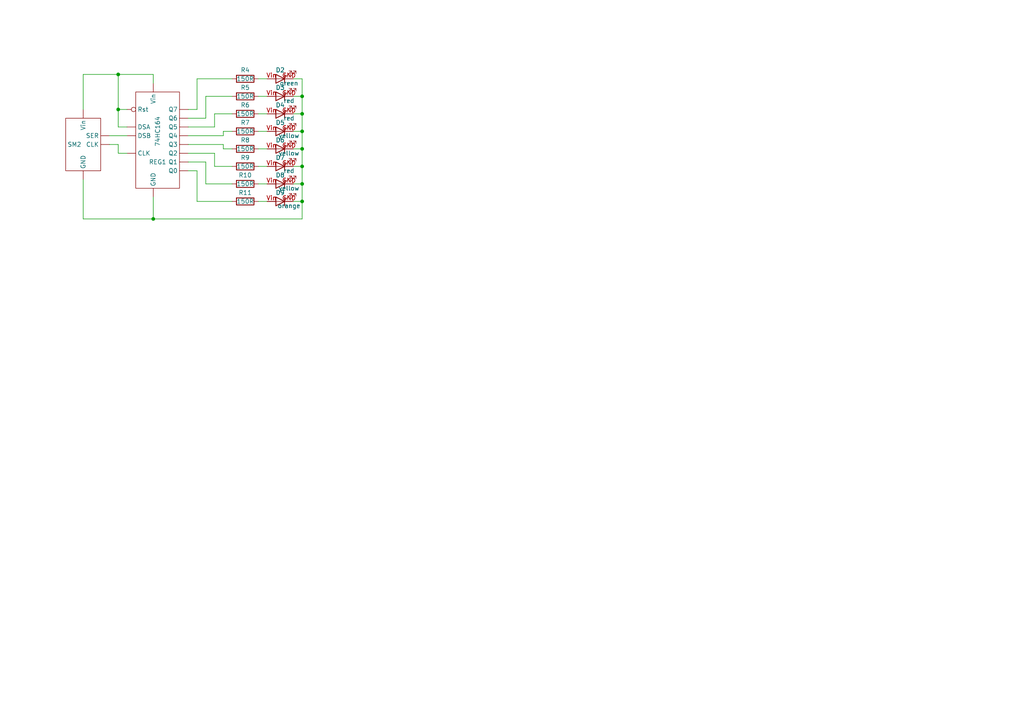
<source format=kicad_sch>
(kicad_sch (version 20250114) (generator "eeschema") (generator_version "9.0")
  (paper "A4")
  (title_block (title "AutoWater") (date "2026-01-17") (rev "0") (comment 2 "VlasovAnton"))
  (lib_symbols
    (symbol "AutoWater:LED" (pin_names (offset 1.016) (hide yes))
      (property "Reference" "D" (at 0 2.54 0))
      (property "Value" "~" (at 2.54 -1.27 0))
      (symbol "LED_0_1"
        (polyline (pts (xy -1.27 1.27) (xy -1.27 -1.27) (xy 1.27 0) (xy -1.27 1.27)) (stroke (width 0.254)))
        (polyline (pts (xy 1.27 1.27) (xy 1.27 -1.27)) (stroke (width 0.254)))
        (polyline (pts (xy 1.27 0) (xy -1.27 0)))
        (polyline (pts (xy 1.778 0.762) (xy 3.302 2.286) (xy 2.54 2.286) (xy 3.302 2.286) (xy 3.302 1.524)))
        (polyline (pts (xy 3.048 0.762) (xy 4.572 2.286) (xy 3.81 2.286) (xy 4.572 2.286) (xy 4.572 1.524)))
      )
      (symbol "LED_1_1"
        (pin power_in line (at -3.81 0 0) (length 2.54) (name "Vin") (number "Vin"))
        (pin passive line (at 3.81 0 180) (length 2.54) (name "GND") (number "GND"))
      )
    )
    (symbol "AutoWater:Resistor" (pin_numbers (hide yes)) (pin_names (offset 0) (hide yes))
      (property "Reference" "R" (at 0 2.54 0))
      (symbol "Resistor_0_1"
        (rectangle (start 2.54 1.016) (end -2.54 -1.016) (stroke (width 0.254)))
      )
      (symbol "Resistor_1_1"
        (pin passive line (at -3.81 0 0) (length 1.27) (name "") (number "1"))
        (pin passive line (at 3.81 0 180) (length 1.27) (name "") (number "2"))
      )
    )
    (symbol "AutoWater:Shift register" (pin_numbers (hide yes))
      (property "Reference" "REG" (at 6.35 -20.32 0))
      (property "Value" "~" (at 6.35 -11.43 90))
      (symbol "Shift register_0_1"
        (rectangle (start 0 0) (end 12.7 -27.94))
      )
      (symbol "Shift register_1_1"
        (pin input inverted (at -2.54 -5.08 0) (length 2.54) (name "Rst") (number "Rst"))
        (pin input line (at -2.54 -10.16 0) (length 2.54) (name "DSA") (number "DSA"))
        (pin input line (at -2.54 -12.7 0) (length 2.54) (name "DSB") (number "DSB"))
        (pin input line (at -2.54 -17.78 0) (length 2.54) (name "CLK") (number "CLK"))
        (pin power_in line (at 5.08 2.54 270) (length 2.54) (name "Vin") (number "Vin"))
        (pin passive line (at 5.08 -30.48 90) (length 2.54) (name "GND") (number "GND"))
        (pin output line (at 15.24 -5.08 180) (length 2.54) (name "Q7") (number "Q7"))
        (pin output line (at 15.24 -7.62 180) (length 2.54) (name "Q6") (number "Q6"))
        (pin output line (at 15.24 -10.16 180) (length 2.54) (name "Q5") (number "Q5"))
        (pin output line (at 15.24 -12.7 180) (length 2.54) (name "Q4") (number "Q4"))
        (pin output line (at 15.24 -15.24 180) (length 2.54) (name "Q3") (number "Q3"))
        (pin output line (at 15.24 -17.78 180) (length 2.54) (name "Q2") (number "Q2"))
        (pin output line (at 15.24 -20.32 180) (length 2.54) (name "Q1") (number "Q1"))
        (pin output line (at 15.24 -22.86 180) (length 2.54) (name "Q0") (number "Q0"))
      )
    )
    (symbol "AutoWater:State module" (pin_numbers (hide yes))
      (property "Reference" "SM2" (at 2.54 -7.62 0))
      (symbol "State module_0_1"
        (rectangle (start 0 0) (end 10.16 -15.24))
      )
      (symbol "State module_1_1"
        (pin power_out line (at 5.08 2.54 270) (length 2.54) (name "Vin") (number "1"))
        (pin passive line (at 5.08 -17.78 90) (length 2.54) (name "GND") (number "4"))
        (pin output line (at 12.7 -5.08 180) (length 2.54) (name "SER") (number "2"))
        (pin output line (at 12.7 -7.62 180) (length 2.54) (name "CLK") (number "3"))
      )
    )
  )
  (junction (at 87.63 33.02))
  (junction (at 87.63 38.1))
  (junction (at 87.63 53.34))
  (junction (at 87.63 27.94))
  (junction (at 34.29 21.59))
  (junction (at 44.45 63.5))
  (junction (at 87.63 43.18))
  (junction (at 87.63 48.26))
  (junction (at 34.29 31.75))
  (junction (at 87.63 58.42))
  (wire (pts (xy 85.09 33.02) (xy 87.63 33.02)))
  (wire (pts (xy 62.23 48.26) (xy 67.31 48.26)))
  (wire (pts (xy 74.93 43.18) (xy 77.47 43.18)))
  (wire (pts (xy 57.15 22.86) (xy 67.31 22.86)))
  (wire (pts (xy 54.61 49.53) (xy 57.15 49.53)))
  (wire (pts (xy 34.29 31.75) (xy 34.29 36.83)))
  (wire (pts (xy 31.75 39.37) (xy 36.83 39.37)))
  (wire (pts (xy 62.23 44.45) (xy 62.23 48.26)))
  (wire (pts (xy 74.93 38.1) (xy 77.47 38.1)))
  (wire (pts (xy 64.77 38.1) (xy 67.31 38.1)))
  (wire (pts (xy 54.61 44.45) (xy 62.23 44.45)))
  (wire (pts (xy 74.93 33.02) (xy 77.47 33.02)))
  (wire (pts (xy 54.61 41.91) (xy 64.77 41.91)))
  (wire (pts (xy 59.69 53.34) (xy 67.31 53.34)))
  (wire (pts (xy 87.63 43.18) (xy 87.63 48.26)))
  (wire (pts (xy 74.93 22.86) (xy 77.47 22.86)))
  (wire (pts (xy 74.93 27.94) (xy 77.47 27.94)))
  (wire (pts (xy 87.63 48.26) (xy 87.63 53.34)))
  (wire (pts (xy 44.45 63.5) (xy 24.13 63.5)))
  (wire (pts (xy 85.09 43.18) (xy 87.63 43.18)))
  (wire (pts (xy 64.77 41.91) (xy 64.77 43.18)))
  (wire (pts (xy 44.45 24.13) (xy 44.45 21.59)))
  (wire (pts (xy 24.13 52.07) (xy 24.13 63.5)))
  (wire (pts (xy 34.29 41.91) (xy 34.29 44.45)))
  (wire (pts (xy 87.63 27.94) (xy 87.63 33.02)))
  (wire (pts (xy 54.61 34.29) (xy 59.69 34.29)))
  (wire (pts (xy 59.69 34.29) (xy 59.69 27.94)))
  (wire (pts (xy 44.45 57.15) (xy 44.45 63.5)))
  (wire (pts (xy 85.09 22.86) (xy 87.63 22.86)))
  (wire (pts (xy 36.83 36.83) (xy 34.29 36.83)))
  (wire (pts (xy 74.93 58.42) (xy 77.47 58.42)))
  (wire (pts (xy 87.63 38.1) (xy 87.63 43.18)))
  (wire (pts (xy 85.09 48.26) (xy 87.63 48.26)))
  (wire (pts (xy 31.75 41.91) (xy 34.29 41.91)))
  (wire (pts (xy 87.63 58.42) (xy 87.63 53.34)))
  (wire (pts (xy 57.15 49.53) (xy 57.15 58.42)))
  (wire (pts (xy 34.29 21.59) (xy 34.29 31.75)))
  (wire (pts (xy 34.29 21.59) (xy 24.13 21.59)))
  (wire (pts (xy 62.23 33.02) (xy 67.31 33.02)))
  (wire (pts (xy 59.69 27.94) (xy 67.31 27.94)))
  (wire (pts (xy 74.93 53.34) (xy 77.47 53.34)))
  (wire (pts (xy 64.77 43.18) (xy 67.31 43.18)))
  (wire (pts (xy 87.63 33.02) (xy 87.63 38.1)))
  (wire (pts (xy 59.69 46.99) (xy 59.69 53.34)))
  (wire (pts (xy 57.15 31.75) (xy 57.15 22.86)))
  (wire (pts (xy 54.61 36.83) (xy 62.23 36.83)))
  (wire (pts (xy 62.23 36.83) (xy 62.23 33.02)))
  (wire (pts (xy 54.61 46.99) (xy 59.69 46.99)))
  (wire (pts (xy 64.77 39.37) (xy 64.77 38.1)))
  (wire (pts (xy 87.63 22.86) (xy 87.63 27.94)))
  (wire (pts (xy 57.15 58.42) (xy 67.31 58.42)))
  (wire (pts (xy 54.61 31.75) (xy 57.15 31.75)))
  (wire (pts (xy 36.83 31.75) (xy 34.29 31.75)))
  (wire (pts (xy 85.09 38.1) (xy 87.63 38.1)))
  (wire (pts (xy 54.61 39.37) (xy 64.77 39.37)))
  (wire (pts (xy 44.45 21.59) (xy 34.29 21.59)))
  (wire (pts (xy 87.63 58.42) (xy 87.63 63.5)))
  (wire (pts (xy 85.09 58.42) (xy 87.63 58.42)))
  (wire (pts (xy 85.09 27.94) (xy 87.63 27.94)))
  (wire (pts (xy 74.93 48.26) (xy 77.47 48.26)))
  (wire (pts (xy 34.29 44.45) (xy 36.83 44.45)))
  (wire (pts (xy 24.13 21.59) (xy 24.13 31.75)))
  (wire (pts (xy 85.09 53.34) (xy 87.63 53.34)))
  (wire (pts (xy 44.45 63.5) (xy 87.63 63.5)))
  (symbol (lib_id "AutoWater:Shift register") (at 39.37 26.67 0) (unit 1)
    (property "Reference" "REG1" (at 45.72 46.99 0))
    (property "Value" "74HC164" (at 45.72 38.1 90))
    (property "Footprint" "AutoWater:Register 74HC164M SOP-14" (effects (hide yes)))
    (property "Datasheet" "https://www.chipdip.ru/product/74hc164m-tr-8-bit-posledovatelnyy-sdvigovyy-registr-hgsemi-9001240838" (effects (hide yes)))
    (property "Description" "Shift register 8 bit" (effects (hide yes)))
  )
  (symbol (lib_id "AutoWater:Resistor") (at 71.12 22.86 0) (unit 1)
    (property "Reference" "R4" (at 71.12 20.32 0))
    (property "Value" "150R" (at 71.12 22.86 0))
    (property "Footprint" "AutoWater:Resistor Yageo SMD 1206" (effects (hide yes)))
    (property "Datasheet" "https://www.chipdip.ru/product/ac1206fr-07150rl-yageo-8002025520" (effects (hide yes)))
    (property "Description" "Resistor" (effects (hide yes)))
  )
  (symbol (lib_id "AutoWater:LED") (at 81.28 43.18 0) (unit 1)
    (property "Reference" "D6" (at 81.28 40.64 0))
    (property "Value" "yellow" (at 83.82 44.45 0))
    (property "Footprint" "AutoWater:LED 3mm" (effects (hide yes)))
    (property "Datasheet" "https://www.chipdip.ru/product/gnl-3014yd-svetodiod-zheltyy-60-d-3mm-15mkd-585nm-g-nor-9000422962" (effects (hide yes)))
    (property "Description" "Light emitting diode" (effects (hide yes)))
  )
  (symbol (lib_id "AutoWater:LED") (at 81.28 58.42 0) (unit 1)
    (property "Reference" "D9" (at 81.28 55.88 0))
    (property "Value" "orange" (at 83.82 59.69 0))
    (property "Footprint" "AutoWater:LED 3mm" (effects (hide yes)))
    (property "Datasheet" "https://www.chipdip.ru/product/gnl-3014uec-svetodiod-oranzhevyy-25-d-3mm-150mkd-g-nor-9000423001" (effects (hide yes)))
    (property "Description" "Light emitting diode" (effects (hide yes)))
  )
  (symbol (lib_id "AutoWater:Resistor") (at 71.12 43.18 0) (unit 1)
    (property "Reference" "R8" (at 71.12 40.64 0))
    (property "Value" "150R" (at 71.12 43.18 0))
    (property "Footprint" "AutoWater:Resistor Yageo SMD 1206" (effects (hide yes)))
    (property "Datasheet" "https://www.chipdip.ru/product/ac1206fr-07150rl-yageo-8002025520" (effects (hide yes)))
    (property "Description" "Resistor" (effects (hide yes)))
  )
  (symbol (lib_id "AutoWater:LED") (at 81.28 33.02 0) (unit 1)
    (property "Reference" "D4" (at 81.28 30.48 0))
    (property "Value" "red" (at 83.82 34.29 0))
    (property "Footprint" "AutoWater:LED 3mm" (effects (hide yes)))
    (property "Datasheet" "https://www.chipdip.ru/product/gnl-3014hd-svetodiod-krasnyy-60-d-3mm-5-10mkd-700nm-g-nor-9000422960" (effects (hide yes)))
    (property "Description" "Light emitting diode" (effects (hide yes)))
  )
  (symbol (lib_id "AutoWater:State module") (at 19.05 34.29 0) (unit 1)
    (property "Reference" "SM2" (at 21.59 41.91 0))
    (property "Footprint" "AutoWater:PLS-4" (effects (hide yes)))
    (property "Description" "State module connector" (effects (hide yes)))
  )
  (symbol (lib_id "AutoWater:Resistor") (at 71.12 33.02 0) (unit 1)
    (property "Reference" "R6" (at 71.12 30.48 0))
    (property "Value" "150R" (at 71.12 33.02 0))
    (property "Footprint" "AutoWater:Resistor Yageo SMD 1206" (effects (hide yes)))
    (property "Datasheet" "https://www.chipdip.ru/product/ac1206fr-07150rl-yageo-8002025520" (effects (hide yes)))
    (property "Description" "Resistor" (effects (hide yes)))
  )
  (symbol (lib_id "AutoWater:Resistor") (at 71.12 53.34 0) (unit 1)
    (property "Reference" "R10" (at 71.12 50.8 0))
    (property "Value" "150R" (at 71.12 53.34 0))
    (property "Footprint" "AutoWater:Resistor Yageo SMD 1206" (effects (hide yes)))
    (property "Datasheet" "https://www.chipdip.ru/product/ac1206fr-07150rl-yageo-8002025520" (effects (hide yes)))
    (property "Description" "Resistor" (effects (hide yes)))
  )
  (symbol (lib_id "AutoWater:Resistor") (at 71.12 27.94 0) (unit 1)
    (property "Reference" "R5" (at 71.12 25.4 0))
    (property "Value" "150R" (at 71.12 27.94 0))
    (property "Footprint" "AutoWater:Resistor Yageo SMD 1206" (effects (hide yes)))
    (property "Datasheet" "https://www.chipdip.ru/product/ac1206fr-07150rl-yageo-8002025520" (effects (hide yes)))
    (property "Description" "Resistor" (effects (hide yes)))
  )
  (symbol (lib_id "AutoWater:Resistor") (at 71.12 48.26 0) (unit 1)
    (property "Reference" "R9" (at 71.12 45.72 0))
    (property "Value" "150R" (at 71.12 48.26 0))
    (property "Footprint" "AutoWater:Resistor Yageo SMD 1206" (effects (hide yes)))
    (property "Datasheet" "https://www.chipdip.ru/product/ac1206fr-07150rl-yageo-8002025520" (effects (hide yes)))
    (property "Description" "Resistor" (effects (hide yes)))
  )
  (symbol (lib_id "AutoWater:Resistor") (at 71.12 58.42 0) (unit 1)
    (property "Reference" "R11" (at 71.12 55.88 0))
    (property "Value" "150R" (at 71.12 58.42 0))
    (property "Footprint" "AutoWater:Resistor Yageo SMD 1206" (effects (hide yes)))
    (property "Datasheet" "https://www.chipdip.ru/product/ac1206fr-07150rl-yageo-8002025520" (effects (hide yes)))
    (property "Description" "Resistor" (effects (hide yes)))
  )
  (symbol (lib_id "AutoWater:LED") (at 81.28 53.34 0) (unit 1)
    (property "Reference" "D8" (at 81.28 50.8 0))
    (property "Value" "yellow" (at 83.82 54.61 0))
    (property "Footprint" "AutoWater:LED 3mm" (effects (hide yes)))
    (property "Datasheet" "https://www.chipdip.ru/product/gnl-3014yd-svetodiod-zheltyy-60-d-3mm-15mkd-585nm-g-nor-9000422962" (effects (hide yes)))
    (property "Description" "Light emitting diode" (effects (hide yes)))
  )
  (symbol (lib_id "AutoWater:LED") (at 81.28 48.26 0) (unit 1)
    (property "Reference" "D7" (at 81.28 45.72 0))
    (property "Value" "red" (at 83.82 49.53 0))
    (property "Footprint" "AutoWater:LED 3mm" (effects (hide yes)))
    (property "Datasheet" "https://www.chipdip.ru/product/gnl-3014hd-svetodiod-krasnyy-60-d-3mm-5-10mkd-700nm-g-nor-9000422960" (effects (hide yes)))
    (property "Description" "Light emitting diode" (effects (hide yes)))
  )
  (symbol (lib_id "AutoWater:LED") (at 81.28 27.94 0) (unit 1)
    (property "Reference" "D3" (at 81.28 25.4 0))
    (property "Value" "red" (at 83.82 29.21 0))
    (property "Footprint" "AutoWater:LED 3mm" (effects (hide yes)))
    (property "Datasheet" "https://www.chipdip.ru/product/gnl-3014hd-svetodiod-krasnyy-60-d-3mm-5-10mkd-700nm-g-nor-9000422960" (effects (hide yes)))
    (property "Description" "Light emitting diode" (effects (hide yes)))
  )
  (symbol (lib_id "AutoWater:LED") (at 81.28 38.1 0) (unit 1)
    (property "Reference" "D5" (at 81.28 35.56 0))
    (property "Value" "yellow" (at 83.82 39.37 0))
    (property "Footprint" "AutoWater:LED 3mm" (effects (hide yes)))
    (property "Datasheet" "https://www.chipdip.ru/product/gnl-3014yd-svetodiod-zheltyy-60-d-3mm-15mkd-585nm-g-nor-9000422962" (effects (hide yes)))
    (property "Description" "Light emitting diode" (effects (hide yes)))
  )
  (symbol (lib_id "AutoWater:Resistor") (at 71.12 38.1 0) (unit 1)
    (property "Reference" "R7" (at 71.12 35.56 0))
    (property "Value" "150R" (at 71.12 38.1 0))
    (property "Footprint" "AutoWater:Resistor Yageo SMD 1206" (effects (hide yes)))
    (property "Datasheet" "https://www.chipdip.ru/product/ac1206fr-07150rl-yageo-8002025520" (effects (hide yes)))
    (property "Description" "Resistor" (effects (hide yes)))
  )
  (symbol (lib_id "AutoWater:LED") (at 81.28 22.86 0) (unit 1)
    (property "Reference" "D2" (at 81.28 20.32 0))
    (property "Value" "green" (at 83.82 24.13 0))
    (property "Footprint" "AutoWater:LED 3mm" (effects (hide yes)))
    (property "Datasheet" "https://www.chipdip.ru/product/gnl-3014gd-svetodiod-zelenyy-60-d-3mm-30-50mkd-565nm-g-nor-9000422961" (effects (hide yes)))
    (property "Description" "Light emitting diode" (effects (hide yes)))
  )
)
</source>
